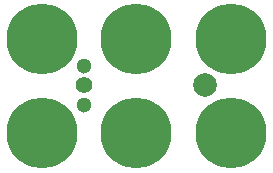
<source format=gtl>
%TF.GenerationSoftware,KiCad,Pcbnew,4.0.5-e0-6337~49~ubuntu16.04.1*%
%TF.CreationDate,2017-01-18T23:33:55-08:00*%
%TF.ProjectId,2x3-Vibe-Motor-TH,3278332D566962652D4D6F746F722D54,1.0*%
%TF.FileFunction,Copper,L1,Top,Signal*%
%FSLAX46Y46*%
G04 Gerber Fmt 4.6, Leading zero omitted, Abs format (unit mm)*
G04 Created by KiCad (PCBNEW 4.0.5-e0-6337~49~ubuntu16.04.1) date Wed Jan 18 23:33:55 2017*
%MOMM*%
%LPD*%
G01*
G04 APERTURE LIST*
%ADD10C,0.350000*%
%ADD11C,1.300000*%
%ADD12C,1.400000*%
%ADD13C,2.000000*%
%ADD14C,6.000000*%
%ADD15C,0.350000*%
G04 APERTURE END LIST*
D10*
D11*
X131735240Y-95547880D03*
D12*
X131735240Y-93897880D03*
D11*
X131735240Y-92247880D03*
D13*
X141935240Y-93897880D03*
D14*
X144160240Y-97972880D03*
X128160240Y-97972880D03*
X128160240Y-89972880D03*
X136160240Y-89972880D03*
X144160240Y-89972880D03*
X136160240Y-97972880D03*
D15*
X131735240Y-95547880D03*
X131735240Y-93897880D03*
X131735240Y-92247880D03*
X141935240Y-93897880D03*
X144160240Y-97972880D03*
X128160240Y-97972880D03*
X128160240Y-89972880D03*
X136160240Y-89972880D03*
X144160240Y-89972880D03*
X136160240Y-97972880D03*
M02*

</source>
